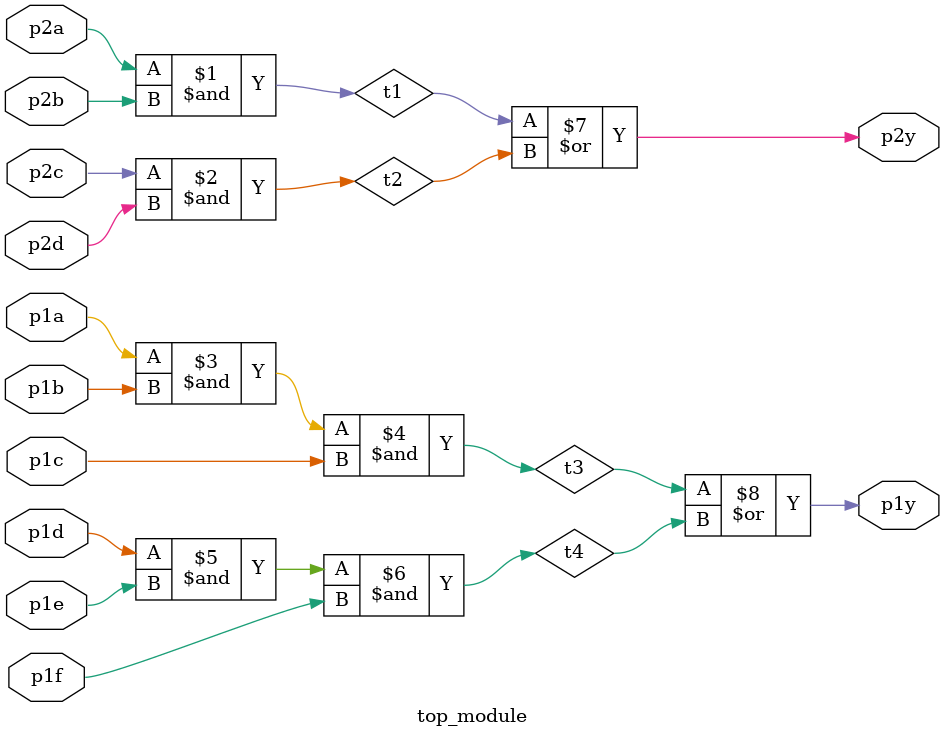
<source format=v>
module top_module ( 
    input p1a, p1b, p1c, p1d, p1e, p1f,
    output p1y,
    input p2a, p2b, p2c, p2d,
    output p2y );
    wire t1, t2, t3, t4;
    assign t1 = p2a & p2b;
    assign t2 = p2c & p2d;
    assign t3 = p1a & p1b & p1c;
    assign t4 = p1d & p1e & p1f;
    assign p2y = t1 | t2;
    assign p1y = t3 | t4;

endmodule
</source>
